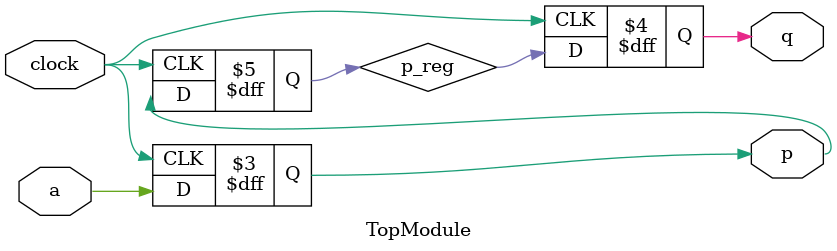
<source format=sv>
module TopModule (
    input logic clock,
    input logic a,
    output logic p,
    output logic q
);

    // Internal register to hold the previous state of p
    logic p_reg;

    // Initial block to set initial states for simulation
    initial begin
        p = 1'b0;
        q = 1'b0;
        p_reg = 1'b0;
    end

    // Sequential logic for p and q
    always_ff @(posedge clock) begin
        p_reg <= p; // Store the current state of p
        p <= a;     // Update p based on input a
        q <= p_reg; // Update q based on the previous state of p
    end

endmodule
</source>
